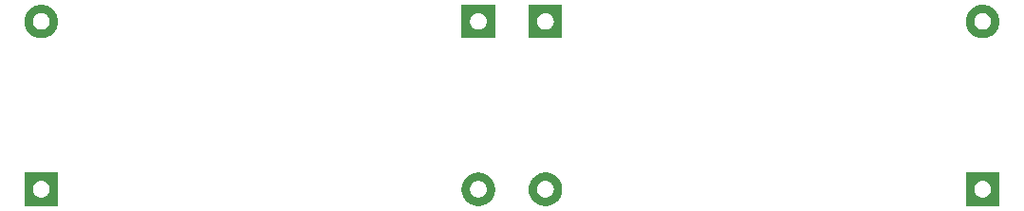
<source format=gbr>
%TF.GenerationSoftware,Flux,Pcbnew,7.0.11-7.0.11~ubuntu20.04.1*%
%TF.CreationDate,2024-08-20T15:22:07+00:00*%
%TF.ProjectId,input,696e7075-742e-46b6-9963-61645f706362,rev?*%
%TF.SameCoordinates,Original*%
%TF.FileFunction,Soldermask,Bot*%
%TF.FilePolarity,Negative*%
%FSLAX46Y46*%
G04 Gerber Fmt 4.6, Leading zero omitted, Abs format (unit mm)*
G04 Filename: known-fuchsia-translation-collar*
G04 Build it with Flux! Visit our site at: https://www.flux.ai (PCBNEW 7.0.11-7.0.11~ubuntu20.04.1) date 2024-08-20 15:22:07*
%MOMM*%
%LPD*%
G01*
G04 APERTURE LIST*
G04 APERTURE END LIST*
%TO.C,*%
G36*
X74109747Y-43883113D02*
G01*
X74183016Y-43890329D01*
X74255843Y-43901132D01*
X74328052Y-43915495D01*
X74399469Y-43933384D01*
X74469923Y-43954756D01*
X74539243Y-43979559D01*
X74607262Y-44007734D01*
X74673817Y-44039212D01*
X74738747Y-44073918D01*
X74801896Y-44111768D01*
X74863112Y-44152671D01*
X74922247Y-44196529D01*
X74979159Y-44243235D01*
X75033711Y-44292678D01*
X75085771Y-44344737D01*
X75135213Y-44399289D01*
X75181920Y-44456201D01*
X75225777Y-44515336D01*
X75266680Y-44576552D01*
X75304530Y-44639701D01*
X75339236Y-44704631D01*
X75370715Y-44771186D01*
X75398889Y-44839206D01*
X75423692Y-44908526D01*
X75445064Y-44978979D01*
X75462953Y-45050396D01*
X75477316Y-45122605D01*
X75488119Y-45195432D01*
X75495336Y-45268701D01*
X75498948Y-45342236D01*
X75498948Y-45415860D01*
X75495336Y-45489395D01*
X75488119Y-45562664D01*
X75477316Y-45635491D01*
X75462953Y-45707700D01*
X75445064Y-45779117D01*
X75423692Y-45849571D01*
X75398889Y-45918891D01*
X75370715Y-45986910D01*
X75339236Y-46053465D01*
X75304530Y-46118396D01*
X75266680Y-46181545D01*
X75225777Y-46242761D01*
X75181920Y-46301896D01*
X75135213Y-46358808D01*
X75085771Y-46413359D01*
X75033711Y-46465419D01*
X74979159Y-46514862D01*
X74922247Y-46561568D01*
X74863112Y-46605425D01*
X74801896Y-46646329D01*
X74738747Y-46684179D01*
X74673817Y-46718885D01*
X74607262Y-46750363D01*
X74539243Y-46778537D01*
X74469923Y-46803341D01*
X74399469Y-46824712D01*
X74328052Y-46842601D01*
X74255843Y-46856965D01*
X74183016Y-46867768D01*
X74109747Y-46874984D01*
X74036212Y-46878596D01*
X73962588Y-46878596D01*
X73889053Y-46874984D01*
X73815784Y-46867768D01*
X73742957Y-46856965D01*
X73670748Y-46842601D01*
X73599331Y-46824712D01*
X73528877Y-46803341D01*
X73459557Y-46778537D01*
X73391538Y-46750363D01*
X73324983Y-46718885D01*
X73260053Y-46684179D01*
X73196904Y-46646329D01*
X73135688Y-46605425D01*
X73076553Y-46561568D01*
X73019641Y-46514862D01*
X72965089Y-46465419D01*
X72913029Y-46413359D01*
X72863587Y-46358808D01*
X72816880Y-46301896D01*
X72773023Y-46242761D01*
X72732120Y-46181545D01*
X72694270Y-46118396D01*
X72659564Y-46053465D01*
X72628085Y-45986910D01*
X72599911Y-45918891D01*
X72575108Y-45849571D01*
X72553736Y-45779117D01*
X72535847Y-45707700D01*
X72521484Y-45635491D01*
X72510681Y-45562664D01*
X72503464Y-45489395D01*
X72499852Y-45415860D01*
X72499852Y-45397454D01*
X73249626Y-45397454D01*
X73251432Y-45434222D01*
X73255040Y-45470856D01*
X73260442Y-45507270D01*
X73267623Y-45543374D01*
X73276568Y-45579083D01*
X73287254Y-45614310D01*
X73299655Y-45648970D01*
X73313743Y-45682979D01*
X73329482Y-45716257D01*
X73346835Y-45748722D01*
X73365760Y-45780296D01*
X73386211Y-45810904D01*
X73408140Y-45840472D01*
X73431493Y-45868928D01*
X73456215Y-45896204D01*
X73482245Y-45922234D01*
X73509520Y-45946955D01*
X73537976Y-45970308D01*
X73567544Y-45992237D01*
X73598152Y-46012688D01*
X73629726Y-46031613D01*
X73662192Y-46048966D01*
X73695469Y-46064706D01*
X73729479Y-46078793D01*
X73764139Y-46091194D01*
X73799365Y-46101880D01*
X73835074Y-46110825D01*
X73871179Y-46118006D01*
X73907592Y-46123408D01*
X73944227Y-46127016D01*
X73980994Y-46128822D01*
X74017806Y-46128822D01*
X74054573Y-46127016D01*
X74091208Y-46123408D01*
X74127621Y-46118006D01*
X74163726Y-46110825D01*
X74199435Y-46101880D01*
X74234661Y-46091194D01*
X74269321Y-46078793D01*
X74303331Y-46064706D01*
X74336608Y-46048966D01*
X74369074Y-46031613D01*
X74400648Y-46012688D01*
X74431256Y-45992237D01*
X74460824Y-45970308D01*
X74489280Y-45946955D01*
X74516555Y-45922234D01*
X74542585Y-45896204D01*
X74567307Y-45868928D01*
X74590660Y-45840472D01*
X74612589Y-45810904D01*
X74633040Y-45780296D01*
X74651965Y-45748722D01*
X74669318Y-45716257D01*
X74685057Y-45682979D01*
X74699145Y-45648970D01*
X74711546Y-45614310D01*
X74722232Y-45579083D01*
X74731177Y-45543374D01*
X74738358Y-45507270D01*
X74743760Y-45470856D01*
X74747368Y-45434222D01*
X74749174Y-45397454D01*
X74749174Y-45360642D01*
X74747368Y-45323875D01*
X74743760Y-45287240D01*
X74738358Y-45250827D01*
X74731177Y-45214722D01*
X74722232Y-45179014D01*
X74711546Y-45143787D01*
X74699145Y-45109127D01*
X74685057Y-45075117D01*
X74669318Y-45041840D01*
X74651965Y-45009375D01*
X74633040Y-44977800D01*
X74612589Y-44947192D01*
X74590660Y-44917625D01*
X74567307Y-44889169D01*
X74542585Y-44861893D01*
X74516555Y-44835863D01*
X74489280Y-44811142D01*
X74460824Y-44787788D01*
X74431256Y-44765860D01*
X74400648Y-44745408D01*
X74369074Y-44726483D01*
X74336608Y-44709130D01*
X74303331Y-44693391D01*
X74269321Y-44679304D01*
X74234661Y-44666902D01*
X74199435Y-44656216D01*
X74163726Y-44647272D01*
X74127621Y-44640090D01*
X74091208Y-44634689D01*
X74054573Y-44631080D01*
X74017806Y-44629274D01*
X73980994Y-44629274D01*
X73944227Y-44631080D01*
X73907592Y-44634689D01*
X73871179Y-44640090D01*
X73835074Y-44647272D01*
X73799365Y-44656216D01*
X73764139Y-44666902D01*
X73729479Y-44679304D01*
X73695469Y-44693391D01*
X73662192Y-44709130D01*
X73629726Y-44726483D01*
X73598152Y-44745408D01*
X73567544Y-44765860D01*
X73537976Y-44787788D01*
X73509520Y-44811142D01*
X73482245Y-44835863D01*
X73456215Y-44861893D01*
X73431493Y-44889169D01*
X73408140Y-44917625D01*
X73386211Y-44947192D01*
X73365760Y-44977800D01*
X73346835Y-45009375D01*
X73329482Y-45041840D01*
X73313743Y-45075117D01*
X73299655Y-45109127D01*
X73287254Y-45143787D01*
X73276568Y-45179014D01*
X73267623Y-45214722D01*
X73260442Y-45250827D01*
X73255040Y-45287240D01*
X73251432Y-45323875D01*
X73249626Y-45360642D01*
X73249626Y-45397454D01*
X72499852Y-45397454D01*
X72499852Y-45342236D01*
X72503464Y-45268701D01*
X72510681Y-45195432D01*
X72521484Y-45122605D01*
X72535847Y-45050396D01*
X72553736Y-44978979D01*
X72575108Y-44908526D01*
X72599911Y-44839206D01*
X72628085Y-44771186D01*
X72659564Y-44704631D01*
X72694270Y-44639701D01*
X72732120Y-44576552D01*
X72773023Y-44515336D01*
X72816880Y-44456201D01*
X72863587Y-44399289D01*
X72913029Y-44344737D01*
X72965089Y-44292678D01*
X73019641Y-44243235D01*
X73076553Y-44196529D01*
X73135688Y-44152671D01*
X73196904Y-44111768D01*
X73260053Y-44073918D01*
X73324983Y-44039212D01*
X73391538Y-44007734D01*
X73459557Y-43979559D01*
X73528877Y-43954756D01*
X73599331Y-43933384D01*
X73670748Y-43915495D01*
X73742957Y-43901132D01*
X73815784Y-43890329D01*
X73889053Y-43883113D01*
X73962588Y-43879500D01*
X74036212Y-43879500D01*
X74109747Y-43883113D01*
G37*
G36*
X114499400Y-43879152D02*
G01*
X114499400Y-46879152D01*
X111499400Y-46879152D01*
X111499400Y-45397558D01*
X112249626Y-45397558D01*
X112251432Y-45434325D01*
X112255040Y-45470960D01*
X112260442Y-45507373D01*
X112267623Y-45543478D01*
X112276568Y-45579186D01*
X112287254Y-45614413D01*
X112299655Y-45649073D01*
X112313743Y-45683083D01*
X112329482Y-45716360D01*
X112346835Y-45748825D01*
X112365760Y-45780400D01*
X112386211Y-45811008D01*
X112408140Y-45840575D01*
X112431493Y-45869031D01*
X112456215Y-45896307D01*
X112482245Y-45922337D01*
X112509520Y-45947058D01*
X112537976Y-45970412D01*
X112567544Y-45992340D01*
X112598152Y-46012792D01*
X112629726Y-46031717D01*
X112662192Y-46049070D01*
X112695469Y-46064809D01*
X112729479Y-46078896D01*
X112764139Y-46091298D01*
X112799365Y-46101984D01*
X112835074Y-46110928D01*
X112871179Y-46118110D01*
X112907592Y-46123511D01*
X112944227Y-46127120D01*
X112980994Y-46128926D01*
X113017806Y-46128926D01*
X113054573Y-46127120D01*
X113091208Y-46123511D01*
X113127621Y-46118110D01*
X113163726Y-46110928D01*
X113199435Y-46101984D01*
X113234661Y-46091298D01*
X113269321Y-46078896D01*
X113303331Y-46064809D01*
X113336608Y-46049070D01*
X113369074Y-46031717D01*
X113400648Y-46012792D01*
X113431256Y-45992340D01*
X113460824Y-45970412D01*
X113489280Y-45947058D01*
X113516555Y-45922337D01*
X113542585Y-45896307D01*
X113567307Y-45869031D01*
X113590660Y-45840575D01*
X113612589Y-45811008D01*
X113633040Y-45780400D01*
X113651965Y-45748825D01*
X113669318Y-45716360D01*
X113685057Y-45683083D01*
X113699145Y-45649073D01*
X113711546Y-45614413D01*
X113722232Y-45579186D01*
X113731177Y-45543478D01*
X113738358Y-45507373D01*
X113743760Y-45470960D01*
X113747368Y-45434325D01*
X113749174Y-45397558D01*
X113749174Y-45360746D01*
X113747368Y-45323978D01*
X113743760Y-45287344D01*
X113738358Y-45250930D01*
X113731177Y-45214826D01*
X113722232Y-45179117D01*
X113711546Y-45143890D01*
X113699145Y-45109230D01*
X113695354Y-45100080D01*
X113685057Y-45075221D01*
X113669318Y-45041943D01*
X113651965Y-45009478D01*
X113633040Y-44977904D01*
X113612589Y-44947296D01*
X113590660Y-44917728D01*
X113567307Y-44889272D01*
X113542585Y-44861996D01*
X113516555Y-44835966D01*
X113489280Y-44811245D01*
X113460824Y-44787892D01*
X113431256Y-44765963D01*
X113400648Y-44745512D01*
X113369074Y-44726587D01*
X113336608Y-44709234D01*
X113303331Y-44693494D01*
X113269321Y-44679407D01*
X113234661Y-44667006D01*
X113199435Y-44656320D01*
X113163726Y-44647375D01*
X113127621Y-44640194D01*
X113091208Y-44634792D01*
X113054573Y-44631184D01*
X113017806Y-44629378D01*
X112980994Y-44629378D01*
X112944227Y-44631184D01*
X112907592Y-44634792D01*
X112871179Y-44640194D01*
X112835074Y-44647375D01*
X112799365Y-44656320D01*
X112764139Y-44667006D01*
X112729479Y-44679407D01*
X112695469Y-44693494D01*
X112662192Y-44709234D01*
X112629726Y-44726587D01*
X112598152Y-44745512D01*
X112567544Y-44765963D01*
X112537976Y-44787892D01*
X112509520Y-44811245D01*
X112482245Y-44835966D01*
X112456215Y-44861996D01*
X112431493Y-44889272D01*
X112408140Y-44917728D01*
X112386211Y-44947296D01*
X112365760Y-44977904D01*
X112346835Y-45009478D01*
X112329482Y-45041943D01*
X112313743Y-45075221D01*
X112299655Y-45109230D01*
X112287254Y-45143890D01*
X112276568Y-45179117D01*
X112267623Y-45214826D01*
X112260442Y-45250930D01*
X112255040Y-45287344D01*
X112251432Y-45323978D01*
X112249626Y-45360746D01*
X112249626Y-45397558D01*
X111499400Y-45397558D01*
X111499400Y-43879152D01*
X114499400Y-43879152D01*
G37*
G36*
X29123847Y-28867813D02*
G01*
X29197116Y-28875029D01*
X29269943Y-28885832D01*
X29342152Y-28900195D01*
X29413569Y-28918084D01*
X29484023Y-28939456D01*
X29553343Y-28964259D01*
X29621362Y-28992434D01*
X29687917Y-29023912D01*
X29752847Y-29058618D01*
X29815996Y-29096468D01*
X29877212Y-29137371D01*
X29936347Y-29181229D01*
X29993259Y-29227935D01*
X30047811Y-29277378D01*
X30099871Y-29329437D01*
X30149313Y-29383989D01*
X30196020Y-29440901D01*
X30239877Y-29500036D01*
X30280780Y-29561252D01*
X30318630Y-29624401D01*
X30353336Y-29689331D01*
X30384815Y-29755886D01*
X30412989Y-29823906D01*
X30437792Y-29893226D01*
X30459164Y-29963679D01*
X30477053Y-30035096D01*
X30491416Y-30107305D01*
X30502219Y-30180132D01*
X30509436Y-30253401D01*
X30513048Y-30326936D01*
X30513048Y-30400560D01*
X30509436Y-30474095D01*
X30502219Y-30547364D01*
X30491416Y-30620191D01*
X30477053Y-30692400D01*
X30459164Y-30763817D01*
X30437792Y-30834271D01*
X30412989Y-30903591D01*
X30384815Y-30971610D01*
X30353336Y-31038165D01*
X30318630Y-31103096D01*
X30280780Y-31166245D01*
X30239877Y-31227461D01*
X30196020Y-31286596D01*
X30149313Y-31343508D01*
X30099871Y-31398059D01*
X30047811Y-31450119D01*
X29993259Y-31499562D01*
X29936347Y-31546268D01*
X29877212Y-31590125D01*
X29815996Y-31631029D01*
X29752847Y-31668879D01*
X29687917Y-31703585D01*
X29621362Y-31735063D01*
X29553343Y-31763237D01*
X29484023Y-31788041D01*
X29413569Y-31809412D01*
X29342152Y-31827301D01*
X29269943Y-31841665D01*
X29197116Y-31852468D01*
X29123847Y-31859684D01*
X29050312Y-31863296D01*
X28976688Y-31863296D01*
X28903153Y-31859684D01*
X28829884Y-31852468D01*
X28757057Y-31841665D01*
X28684848Y-31827301D01*
X28613431Y-31809412D01*
X28542977Y-31788041D01*
X28473657Y-31763237D01*
X28405638Y-31735063D01*
X28339083Y-31703585D01*
X28274153Y-31668879D01*
X28211004Y-31631029D01*
X28149788Y-31590125D01*
X28090653Y-31546268D01*
X28033741Y-31499562D01*
X27979189Y-31450119D01*
X27927129Y-31398059D01*
X27877687Y-31343508D01*
X27830980Y-31286596D01*
X27787123Y-31227461D01*
X27746220Y-31166245D01*
X27708370Y-31103096D01*
X27673664Y-31038165D01*
X27642185Y-30971610D01*
X27614011Y-30903591D01*
X27589208Y-30834271D01*
X27567836Y-30763817D01*
X27549947Y-30692400D01*
X27535584Y-30620191D01*
X27524781Y-30547364D01*
X27517564Y-30474095D01*
X27513952Y-30400560D01*
X27513952Y-30382154D01*
X28263726Y-30382154D01*
X28265532Y-30418922D01*
X28269140Y-30455556D01*
X28274542Y-30491970D01*
X28281723Y-30528074D01*
X28290668Y-30563783D01*
X28301354Y-30599010D01*
X28313755Y-30633670D01*
X28327843Y-30667679D01*
X28343582Y-30700957D01*
X28360935Y-30733422D01*
X28379860Y-30764996D01*
X28400311Y-30795604D01*
X28422240Y-30825172D01*
X28445593Y-30853628D01*
X28470315Y-30880904D01*
X28496345Y-30906934D01*
X28523620Y-30931655D01*
X28552076Y-30955008D01*
X28581644Y-30976937D01*
X28612252Y-30997388D01*
X28643826Y-31016313D01*
X28676292Y-31033666D01*
X28709569Y-31049406D01*
X28743579Y-31063493D01*
X28778239Y-31075894D01*
X28813465Y-31086580D01*
X28849174Y-31095525D01*
X28885279Y-31102706D01*
X28921692Y-31108108D01*
X28958327Y-31111716D01*
X28995094Y-31113522D01*
X29031906Y-31113522D01*
X29068673Y-31111716D01*
X29105308Y-31108108D01*
X29141721Y-31102706D01*
X29177826Y-31095525D01*
X29213535Y-31086580D01*
X29248761Y-31075894D01*
X29283421Y-31063493D01*
X29317431Y-31049406D01*
X29350708Y-31033666D01*
X29383174Y-31016313D01*
X29414748Y-30997388D01*
X29445356Y-30976937D01*
X29474924Y-30955008D01*
X29503380Y-30931655D01*
X29530655Y-30906934D01*
X29556685Y-30880904D01*
X29581407Y-30853628D01*
X29604760Y-30825172D01*
X29626689Y-30795604D01*
X29647140Y-30764996D01*
X29666065Y-30733422D01*
X29683418Y-30700957D01*
X29699157Y-30667679D01*
X29713245Y-30633670D01*
X29725646Y-30599010D01*
X29736332Y-30563783D01*
X29745277Y-30528074D01*
X29752458Y-30491970D01*
X29757860Y-30455556D01*
X29761468Y-30418922D01*
X29763274Y-30382154D01*
X29763274Y-30345342D01*
X29761468Y-30308575D01*
X29757860Y-30271940D01*
X29752458Y-30235527D01*
X29745277Y-30199422D01*
X29736332Y-30163714D01*
X29725646Y-30128487D01*
X29713245Y-30093827D01*
X29699157Y-30059817D01*
X29683418Y-30026540D01*
X29666065Y-29994075D01*
X29647140Y-29962500D01*
X29626689Y-29931892D01*
X29604760Y-29902325D01*
X29581407Y-29873869D01*
X29556685Y-29846593D01*
X29530655Y-29820563D01*
X29503380Y-29795842D01*
X29474924Y-29772488D01*
X29445356Y-29750560D01*
X29414748Y-29730108D01*
X29383174Y-29711183D01*
X29350708Y-29693830D01*
X29317431Y-29678091D01*
X29283421Y-29664004D01*
X29248761Y-29651602D01*
X29213535Y-29640916D01*
X29177826Y-29631972D01*
X29141721Y-29624790D01*
X29105308Y-29619389D01*
X29068673Y-29615780D01*
X29031906Y-29613974D01*
X28995094Y-29613974D01*
X28958327Y-29615780D01*
X28921692Y-29619389D01*
X28885279Y-29624790D01*
X28849174Y-29631972D01*
X28813465Y-29640916D01*
X28778239Y-29651602D01*
X28743579Y-29664004D01*
X28709569Y-29678091D01*
X28676292Y-29693830D01*
X28643826Y-29711183D01*
X28612252Y-29730108D01*
X28581644Y-29750560D01*
X28552076Y-29772488D01*
X28523620Y-29795842D01*
X28496345Y-29820563D01*
X28470315Y-29846593D01*
X28445593Y-29873869D01*
X28422240Y-29902325D01*
X28400311Y-29931892D01*
X28379860Y-29962500D01*
X28360935Y-29994075D01*
X28343582Y-30026540D01*
X28327843Y-30059817D01*
X28313755Y-30093827D01*
X28301354Y-30128487D01*
X28290668Y-30163714D01*
X28281723Y-30199422D01*
X28274542Y-30235527D01*
X28269140Y-30271940D01*
X28265532Y-30308575D01*
X28263726Y-30345342D01*
X28263726Y-30382154D01*
X27513952Y-30382154D01*
X27513952Y-30326936D01*
X27517564Y-30253401D01*
X27524781Y-30180132D01*
X27535584Y-30107305D01*
X27549947Y-30035096D01*
X27567836Y-29963679D01*
X27589208Y-29893226D01*
X27614011Y-29823906D01*
X27642185Y-29755886D01*
X27673664Y-29689331D01*
X27708370Y-29624401D01*
X27746220Y-29561252D01*
X27787123Y-29500036D01*
X27830980Y-29440901D01*
X27877687Y-29383989D01*
X27927129Y-29329437D01*
X27979189Y-29277378D01*
X28033741Y-29227935D01*
X28090653Y-29181229D01*
X28149788Y-29137371D01*
X28211004Y-29096468D01*
X28274153Y-29058618D01*
X28339083Y-29023912D01*
X28405638Y-28992434D01*
X28473657Y-28964259D01*
X28542977Y-28939456D01*
X28613431Y-28918084D01*
X28684848Y-28900195D01*
X28757057Y-28885832D01*
X28829884Y-28875029D01*
X28903153Y-28867813D01*
X28976688Y-28864200D01*
X29050312Y-28864200D01*
X29123847Y-28867813D01*
G37*
G36*
X69513500Y-28863852D02*
G01*
X69513500Y-31863852D01*
X66513500Y-31863852D01*
X66513500Y-30382258D01*
X67263726Y-30382258D01*
X67265532Y-30419025D01*
X67269140Y-30455660D01*
X67274542Y-30492073D01*
X67281723Y-30528178D01*
X67290668Y-30563886D01*
X67301354Y-30599113D01*
X67313755Y-30633773D01*
X67327843Y-30667783D01*
X67343582Y-30701060D01*
X67360935Y-30733525D01*
X67379860Y-30765100D01*
X67400311Y-30795708D01*
X67422240Y-30825275D01*
X67445593Y-30853731D01*
X67470315Y-30881007D01*
X67496345Y-30907037D01*
X67523620Y-30931758D01*
X67552076Y-30955112D01*
X67581644Y-30977040D01*
X67612252Y-30997492D01*
X67643826Y-31016417D01*
X67676292Y-31033770D01*
X67709569Y-31049509D01*
X67743579Y-31063596D01*
X67778239Y-31075998D01*
X67813465Y-31086684D01*
X67849174Y-31095628D01*
X67885279Y-31102810D01*
X67921692Y-31108211D01*
X67958327Y-31111820D01*
X67995094Y-31113626D01*
X68031906Y-31113626D01*
X68068673Y-31111820D01*
X68105308Y-31108211D01*
X68141721Y-31102810D01*
X68177826Y-31095628D01*
X68213535Y-31086684D01*
X68248761Y-31075998D01*
X68283421Y-31063596D01*
X68317431Y-31049509D01*
X68350708Y-31033770D01*
X68383174Y-31016417D01*
X68414748Y-30997492D01*
X68445356Y-30977040D01*
X68474924Y-30955112D01*
X68503380Y-30931758D01*
X68530655Y-30907037D01*
X68556685Y-30881007D01*
X68581407Y-30853731D01*
X68604760Y-30825275D01*
X68626689Y-30795708D01*
X68647140Y-30765100D01*
X68666065Y-30733525D01*
X68683418Y-30701060D01*
X68699157Y-30667783D01*
X68713245Y-30633773D01*
X68725646Y-30599113D01*
X68736332Y-30563886D01*
X68745277Y-30528178D01*
X68752458Y-30492073D01*
X68757860Y-30455660D01*
X68761468Y-30419025D01*
X68763274Y-30382258D01*
X68763274Y-30345446D01*
X68761468Y-30308678D01*
X68757860Y-30272044D01*
X68752458Y-30235630D01*
X68745277Y-30199526D01*
X68736332Y-30163817D01*
X68725646Y-30128590D01*
X68713245Y-30093930D01*
X68709454Y-30084780D01*
X68699157Y-30059921D01*
X68683418Y-30026643D01*
X68666065Y-29994178D01*
X68647140Y-29962604D01*
X68626689Y-29931996D01*
X68604760Y-29902428D01*
X68581407Y-29873972D01*
X68556685Y-29846696D01*
X68530655Y-29820666D01*
X68503380Y-29795945D01*
X68474924Y-29772592D01*
X68445356Y-29750663D01*
X68414748Y-29730212D01*
X68383174Y-29711287D01*
X68350708Y-29693934D01*
X68317431Y-29678194D01*
X68283421Y-29664107D01*
X68248761Y-29651706D01*
X68213535Y-29641020D01*
X68177826Y-29632075D01*
X68141721Y-29624894D01*
X68105308Y-29619492D01*
X68068673Y-29615884D01*
X68031906Y-29614078D01*
X67995094Y-29614078D01*
X67958327Y-29615884D01*
X67921692Y-29619492D01*
X67885279Y-29624894D01*
X67849174Y-29632075D01*
X67813465Y-29641020D01*
X67778239Y-29651706D01*
X67743579Y-29664107D01*
X67709569Y-29678194D01*
X67676292Y-29693934D01*
X67643826Y-29711287D01*
X67612252Y-29730212D01*
X67581644Y-29750663D01*
X67552076Y-29772592D01*
X67523620Y-29795945D01*
X67496345Y-29820666D01*
X67470315Y-29846696D01*
X67445593Y-29873972D01*
X67422240Y-29902428D01*
X67400311Y-29931996D01*
X67379860Y-29962604D01*
X67360935Y-29994178D01*
X67343582Y-30026643D01*
X67327843Y-30059921D01*
X67313755Y-30093930D01*
X67301354Y-30128590D01*
X67290668Y-30163817D01*
X67281723Y-30199526D01*
X67274542Y-30235630D01*
X67269140Y-30272044D01*
X67265532Y-30308678D01*
X67263726Y-30345446D01*
X67263726Y-30382258D01*
X66513500Y-30382258D01*
X66513500Y-28863852D01*
X69513500Y-28863852D01*
G37*
G36*
X68123847Y-43883264D02*
G01*
X68197116Y-43890481D01*
X68269943Y-43901284D01*
X68342152Y-43915647D01*
X68413569Y-43933536D01*
X68484023Y-43954908D01*
X68553343Y-43979711D01*
X68621362Y-44007885D01*
X68687917Y-44039364D01*
X68752847Y-44074070D01*
X68815996Y-44111920D01*
X68877212Y-44152823D01*
X68936347Y-44196680D01*
X68993259Y-44243387D01*
X69047811Y-44292829D01*
X69099871Y-44344889D01*
X69149313Y-44399441D01*
X69196020Y-44456353D01*
X69239877Y-44515488D01*
X69280780Y-44576704D01*
X69318630Y-44639853D01*
X69353336Y-44704783D01*
X69384815Y-44771338D01*
X69412989Y-44839357D01*
X69437792Y-44908677D01*
X69459164Y-44979131D01*
X69477053Y-45050548D01*
X69491416Y-45122757D01*
X69502219Y-45195584D01*
X69509436Y-45268853D01*
X69513048Y-45342388D01*
X69513048Y-45416012D01*
X69509436Y-45489547D01*
X69502219Y-45562816D01*
X69491416Y-45635643D01*
X69477053Y-45707852D01*
X69459164Y-45779269D01*
X69437792Y-45849723D01*
X69412989Y-45919043D01*
X69384815Y-45987062D01*
X69353336Y-46053617D01*
X69318630Y-46118547D01*
X69280780Y-46181696D01*
X69239877Y-46242912D01*
X69196020Y-46302047D01*
X69149313Y-46358959D01*
X69099871Y-46413511D01*
X69047811Y-46465571D01*
X68993259Y-46515013D01*
X68936347Y-46561720D01*
X68877212Y-46605577D01*
X68815996Y-46646480D01*
X68752847Y-46684330D01*
X68687917Y-46719036D01*
X68621362Y-46750515D01*
X68553343Y-46778689D01*
X68484023Y-46803492D01*
X68413569Y-46824864D01*
X68342152Y-46842753D01*
X68269943Y-46857116D01*
X68197116Y-46867919D01*
X68123847Y-46875136D01*
X68050312Y-46878748D01*
X67976688Y-46878748D01*
X67903153Y-46875136D01*
X67829884Y-46867919D01*
X67757057Y-46857116D01*
X67684848Y-46842753D01*
X67613431Y-46824864D01*
X67542977Y-46803492D01*
X67473657Y-46778689D01*
X67405638Y-46750515D01*
X67339083Y-46719036D01*
X67274153Y-46684330D01*
X67211004Y-46646480D01*
X67149788Y-46605577D01*
X67090653Y-46561720D01*
X67033741Y-46515013D01*
X66979189Y-46465571D01*
X66927129Y-46413511D01*
X66877687Y-46358959D01*
X66830980Y-46302047D01*
X66787123Y-46242912D01*
X66746220Y-46181696D01*
X66708370Y-46118547D01*
X66673664Y-46053617D01*
X66642185Y-45987062D01*
X66614011Y-45919043D01*
X66589208Y-45849723D01*
X66567836Y-45779269D01*
X66549947Y-45707852D01*
X66535584Y-45635643D01*
X66524781Y-45562816D01*
X66517564Y-45489547D01*
X66513952Y-45416012D01*
X66513952Y-45397606D01*
X67263726Y-45397606D01*
X67265532Y-45434373D01*
X67269140Y-45471008D01*
X67274542Y-45507421D01*
X67281723Y-45543526D01*
X67290668Y-45579235D01*
X67301354Y-45614461D01*
X67313755Y-45649121D01*
X67327843Y-45683131D01*
X67343582Y-45716408D01*
X67360935Y-45748874D01*
X67379860Y-45780448D01*
X67400311Y-45811056D01*
X67422240Y-45840624D01*
X67445593Y-45869080D01*
X67470315Y-45896355D01*
X67496345Y-45922385D01*
X67523620Y-45947107D01*
X67552076Y-45970460D01*
X67581644Y-45992389D01*
X67612252Y-46012840D01*
X67643826Y-46031765D01*
X67676292Y-46049118D01*
X67709569Y-46064857D01*
X67743579Y-46078945D01*
X67778239Y-46091346D01*
X67813465Y-46102032D01*
X67849174Y-46110977D01*
X67885279Y-46118158D01*
X67921692Y-46123560D01*
X67958327Y-46127168D01*
X67995094Y-46128974D01*
X68031906Y-46128974D01*
X68068673Y-46127168D01*
X68105308Y-46123560D01*
X68141721Y-46118158D01*
X68177826Y-46110977D01*
X68213535Y-46102032D01*
X68248761Y-46091346D01*
X68283421Y-46078945D01*
X68317431Y-46064857D01*
X68350708Y-46049118D01*
X68383174Y-46031765D01*
X68414748Y-46012840D01*
X68445356Y-45992389D01*
X68474924Y-45970460D01*
X68503380Y-45947107D01*
X68530655Y-45922385D01*
X68556685Y-45896355D01*
X68581407Y-45869080D01*
X68604760Y-45840624D01*
X68626689Y-45811056D01*
X68647140Y-45780448D01*
X68666065Y-45748874D01*
X68683418Y-45716408D01*
X68699157Y-45683131D01*
X68713245Y-45649121D01*
X68725646Y-45614461D01*
X68736332Y-45579235D01*
X68745277Y-45543526D01*
X68752458Y-45507421D01*
X68757860Y-45471008D01*
X68761468Y-45434373D01*
X68763274Y-45397606D01*
X68763274Y-45360794D01*
X68761468Y-45324027D01*
X68757860Y-45287392D01*
X68752458Y-45250979D01*
X68745277Y-45214874D01*
X68736332Y-45179165D01*
X68725646Y-45143939D01*
X68713245Y-45109279D01*
X68699157Y-45075269D01*
X68683418Y-45041992D01*
X68666065Y-45009526D01*
X68647140Y-44977952D01*
X68626689Y-44947344D01*
X68604760Y-44917776D01*
X68581407Y-44889320D01*
X68556685Y-44862045D01*
X68530655Y-44836015D01*
X68503380Y-44811293D01*
X68474924Y-44787940D01*
X68445356Y-44766011D01*
X68414748Y-44745560D01*
X68383174Y-44726635D01*
X68350708Y-44709282D01*
X68317431Y-44693543D01*
X68283421Y-44679455D01*
X68248761Y-44667054D01*
X68213535Y-44656368D01*
X68177826Y-44647423D01*
X68141721Y-44640242D01*
X68105308Y-44634840D01*
X68068673Y-44631232D01*
X68031906Y-44629426D01*
X67995094Y-44629426D01*
X67958327Y-44631232D01*
X67921692Y-44634840D01*
X67885279Y-44640242D01*
X67849174Y-44647423D01*
X67813465Y-44656368D01*
X67778239Y-44667054D01*
X67743579Y-44679455D01*
X67709569Y-44693543D01*
X67676292Y-44709282D01*
X67643826Y-44726635D01*
X67612252Y-44745560D01*
X67581644Y-44766011D01*
X67552076Y-44787940D01*
X67523620Y-44811293D01*
X67496345Y-44836015D01*
X67470315Y-44862045D01*
X67445593Y-44889320D01*
X67422240Y-44917776D01*
X67400311Y-44947344D01*
X67379860Y-44977952D01*
X67360935Y-45009526D01*
X67343582Y-45041992D01*
X67327843Y-45075269D01*
X67313755Y-45109279D01*
X67301354Y-45143939D01*
X67290668Y-45179165D01*
X67281723Y-45214874D01*
X67274542Y-45250979D01*
X67269140Y-45287392D01*
X67265532Y-45324027D01*
X67263726Y-45360794D01*
X67263726Y-45397606D01*
X66513952Y-45397606D01*
X66513952Y-45342388D01*
X66517564Y-45268853D01*
X66524781Y-45195584D01*
X66535584Y-45122757D01*
X66549947Y-45050548D01*
X66567836Y-44979131D01*
X66589208Y-44908677D01*
X66614011Y-44839357D01*
X66642185Y-44771338D01*
X66673664Y-44704783D01*
X66708370Y-44639853D01*
X66746220Y-44576704D01*
X66787123Y-44515488D01*
X66830980Y-44456353D01*
X66877687Y-44399441D01*
X66927129Y-44344889D01*
X66979189Y-44292829D01*
X67033741Y-44243387D01*
X67090653Y-44196680D01*
X67149788Y-44152823D01*
X67211004Y-44111920D01*
X67274153Y-44074070D01*
X67339083Y-44039364D01*
X67405638Y-44007885D01*
X67473657Y-43979711D01*
X67542977Y-43954908D01*
X67613431Y-43933536D01*
X67684848Y-43915647D01*
X67757057Y-43901284D01*
X67829884Y-43890481D01*
X67903153Y-43883264D01*
X67976688Y-43879652D01*
X68050312Y-43879652D01*
X68123847Y-43883264D01*
G37*
G36*
X30513500Y-43879200D02*
G01*
X30513500Y-46879200D01*
X27513500Y-46879200D01*
X27513500Y-45397606D01*
X28263726Y-45397606D01*
X28265532Y-45434373D01*
X28269140Y-45471008D01*
X28274542Y-45507421D01*
X28281723Y-45543526D01*
X28290668Y-45579235D01*
X28301354Y-45614461D01*
X28313755Y-45649121D01*
X28327843Y-45683131D01*
X28343582Y-45716408D01*
X28360935Y-45748874D01*
X28379860Y-45780448D01*
X28400311Y-45811056D01*
X28422240Y-45840624D01*
X28445593Y-45869080D01*
X28470315Y-45896355D01*
X28496345Y-45922385D01*
X28523620Y-45947107D01*
X28552076Y-45970460D01*
X28581644Y-45992389D01*
X28612252Y-46012840D01*
X28643826Y-46031765D01*
X28676292Y-46049118D01*
X28709569Y-46064857D01*
X28743579Y-46078945D01*
X28778239Y-46091346D01*
X28813465Y-46102032D01*
X28849174Y-46110977D01*
X28885279Y-46118158D01*
X28921692Y-46123560D01*
X28958327Y-46127168D01*
X28995094Y-46128974D01*
X29031906Y-46128974D01*
X29068673Y-46127168D01*
X29105308Y-46123560D01*
X29141721Y-46118158D01*
X29177826Y-46110977D01*
X29213535Y-46102032D01*
X29248761Y-46091346D01*
X29283421Y-46078945D01*
X29317431Y-46064857D01*
X29350708Y-46049118D01*
X29383174Y-46031765D01*
X29414748Y-46012840D01*
X29445356Y-45992389D01*
X29474924Y-45970460D01*
X29503380Y-45947107D01*
X29530655Y-45922385D01*
X29556685Y-45896355D01*
X29581407Y-45869080D01*
X29604760Y-45840624D01*
X29626689Y-45811056D01*
X29647140Y-45780448D01*
X29666065Y-45748874D01*
X29683418Y-45716408D01*
X29699157Y-45683131D01*
X29713245Y-45649121D01*
X29725646Y-45614461D01*
X29736332Y-45579235D01*
X29745277Y-45543526D01*
X29752458Y-45507421D01*
X29757860Y-45471008D01*
X29761468Y-45434373D01*
X29763274Y-45397606D01*
X29763274Y-45360794D01*
X29761468Y-45324027D01*
X29757860Y-45287392D01*
X29752458Y-45250979D01*
X29745277Y-45214874D01*
X29736332Y-45179165D01*
X29725646Y-45143939D01*
X29713245Y-45109279D01*
X29699157Y-45075269D01*
X29683418Y-45041992D01*
X29666065Y-45009526D01*
X29647140Y-44977952D01*
X29626689Y-44947344D01*
X29604760Y-44917776D01*
X29581407Y-44889320D01*
X29556685Y-44862045D01*
X29530655Y-44836015D01*
X29503380Y-44811293D01*
X29474924Y-44787940D01*
X29445356Y-44766011D01*
X29414748Y-44745560D01*
X29383174Y-44726635D01*
X29350708Y-44709282D01*
X29317431Y-44693543D01*
X29283421Y-44679455D01*
X29248761Y-44667054D01*
X29213535Y-44656368D01*
X29177826Y-44647423D01*
X29141721Y-44640242D01*
X29105308Y-44634840D01*
X29068673Y-44631232D01*
X29031906Y-44629426D01*
X28995094Y-44629426D01*
X28958327Y-44631232D01*
X28921692Y-44634840D01*
X28885279Y-44640242D01*
X28849174Y-44647423D01*
X28813465Y-44656368D01*
X28778239Y-44667054D01*
X28743579Y-44679455D01*
X28709569Y-44693543D01*
X28676292Y-44709282D01*
X28643826Y-44726635D01*
X28612252Y-44745560D01*
X28581644Y-44766011D01*
X28552076Y-44787940D01*
X28523620Y-44811293D01*
X28496345Y-44836015D01*
X28470315Y-44862045D01*
X28445593Y-44889320D01*
X28422240Y-44917776D01*
X28400311Y-44947344D01*
X28379860Y-44977952D01*
X28360935Y-45009526D01*
X28343582Y-45041992D01*
X28327843Y-45075269D01*
X28313755Y-45109279D01*
X28301354Y-45143939D01*
X28290668Y-45179165D01*
X28281723Y-45214874D01*
X28274542Y-45250979D01*
X28269140Y-45287392D01*
X28265532Y-45324027D01*
X28263726Y-45360794D01*
X28263726Y-45397606D01*
X27513500Y-45397606D01*
X27513500Y-43879200D01*
X30513500Y-43879200D01*
G37*
G36*
X113109747Y-28867964D02*
G01*
X113183016Y-28875181D01*
X113255843Y-28885984D01*
X113328052Y-28900347D01*
X113399469Y-28918236D01*
X113469923Y-28939608D01*
X113539243Y-28964411D01*
X113607262Y-28992585D01*
X113673817Y-29024064D01*
X113738747Y-29058770D01*
X113801896Y-29096620D01*
X113863112Y-29137523D01*
X113922247Y-29181380D01*
X113979159Y-29228087D01*
X114033711Y-29277529D01*
X114085771Y-29329589D01*
X114135213Y-29384141D01*
X114181920Y-29441053D01*
X114225777Y-29500188D01*
X114266680Y-29561404D01*
X114304530Y-29624553D01*
X114339236Y-29689483D01*
X114370715Y-29756038D01*
X114398889Y-29824057D01*
X114423692Y-29893377D01*
X114445064Y-29963831D01*
X114462953Y-30035248D01*
X114477316Y-30107457D01*
X114488119Y-30180284D01*
X114495336Y-30253553D01*
X114498948Y-30327088D01*
X114498948Y-30400712D01*
X114495336Y-30474247D01*
X114488119Y-30547516D01*
X114477316Y-30620343D01*
X114462953Y-30692552D01*
X114445064Y-30763969D01*
X114423692Y-30834423D01*
X114398889Y-30903743D01*
X114370715Y-30971762D01*
X114339236Y-31038317D01*
X114304530Y-31103247D01*
X114266680Y-31166396D01*
X114225777Y-31227612D01*
X114181920Y-31286747D01*
X114135213Y-31343659D01*
X114085771Y-31398211D01*
X114033711Y-31450271D01*
X113979159Y-31499713D01*
X113922247Y-31546420D01*
X113863112Y-31590277D01*
X113801896Y-31631180D01*
X113738747Y-31669030D01*
X113673817Y-31703736D01*
X113607262Y-31735215D01*
X113539243Y-31763389D01*
X113469923Y-31788192D01*
X113399469Y-31809564D01*
X113328052Y-31827453D01*
X113255843Y-31841816D01*
X113183016Y-31852619D01*
X113109747Y-31859836D01*
X113036212Y-31863448D01*
X112962588Y-31863448D01*
X112889053Y-31859836D01*
X112815784Y-31852619D01*
X112742957Y-31841816D01*
X112670748Y-31827453D01*
X112599331Y-31809564D01*
X112528877Y-31788192D01*
X112459557Y-31763389D01*
X112391538Y-31735215D01*
X112324983Y-31703736D01*
X112260053Y-31669030D01*
X112196904Y-31631180D01*
X112135688Y-31590277D01*
X112076553Y-31546420D01*
X112019641Y-31499713D01*
X111965089Y-31450271D01*
X111913029Y-31398211D01*
X111863587Y-31343659D01*
X111816880Y-31286747D01*
X111773023Y-31227612D01*
X111732120Y-31166396D01*
X111694270Y-31103247D01*
X111659564Y-31038317D01*
X111628085Y-30971762D01*
X111599911Y-30903743D01*
X111575108Y-30834423D01*
X111553736Y-30763969D01*
X111535847Y-30692552D01*
X111521484Y-30620343D01*
X111510681Y-30547516D01*
X111503464Y-30474247D01*
X111499852Y-30400712D01*
X111499852Y-30382306D01*
X112249626Y-30382306D01*
X112251432Y-30419073D01*
X112255040Y-30455708D01*
X112260442Y-30492121D01*
X112267623Y-30528226D01*
X112276568Y-30563935D01*
X112287254Y-30599161D01*
X112299655Y-30633821D01*
X112313743Y-30667831D01*
X112329482Y-30701108D01*
X112346835Y-30733574D01*
X112365760Y-30765148D01*
X112386211Y-30795756D01*
X112408140Y-30825324D01*
X112431493Y-30853780D01*
X112456215Y-30881055D01*
X112482245Y-30907085D01*
X112509520Y-30931807D01*
X112537976Y-30955160D01*
X112567544Y-30977089D01*
X112598152Y-30997540D01*
X112629726Y-31016465D01*
X112662192Y-31033818D01*
X112695469Y-31049557D01*
X112729479Y-31063645D01*
X112764139Y-31076046D01*
X112799365Y-31086732D01*
X112835074Y-31095677D01*
X112871179Y-31102858D01*
X112907592Y-31108260D01*
X112944227Y-31111868D01*
X112980994Y-31113674D01*
X113017806Y-31113674D01*
X113054573Y-31111868D01*
X113091208Y-31108260D01*
X113127621Y-31102858D01*
X113163726Y-31095677D01*
X113199435Y-31086732D01*
X113234661Y-31076046D01*
X113269321Y-31063645D01*
X113303331Y-31049557D01*
X113336608Y-31033818D01*
X113369074Y-31016465D01*
X113400648Y-30997540D01*
X113431256Y-30977089D01*
X113460824Y-30955160D01*
X113489280Y-30931807D01*
X113516555Y-30907085D01*
X113542585Y-30881055D01*
X113567307Y-30853780D01*
X113590660Y-30825324D01*
X113612589Y-30795756D01*
X113633040Y-30765148D01*
X113651965Y-30733574D01*
X113669318Y-30701108D01*
X113685057Y-30667831D01*
X113699145Y-30633821D01*
X113711546Y-30599161D01*
X113722232Y-30563935D01*
X113731177Y-30528226D01*
X113738358Y-30492121D01*
X113743760Y-30455708D01*
X113747368Y-30419073D01*
X113749174Y-30382306D01*
X113749174Y-30345494D01*
X113747368Y-30308727D01*
X113743760Y-30272092D01*
X113738358Y-30235679D01*
X113731177Y-30199574D01*
X113722232Y-30163865D01*
X113711546Y-30128639D01*
X113699145Y-30093979D01*
X113685057Y-30059969D01*
X113669318Y-30026692D01*
X113651965Y-29994226D01*
X113633040Y-29962652D01*
X113612589Y-29932044D01*
X113590660Y-29902476D01*
X113567307Y-29874020D01*
X113542585Y-29846745D01*
X113516555Y-29820715D01*
X113489280Y-29795993D01*
X113460824Y-29772640D01*
X113431256Y-29750711D01*
X113400648Y-29730260D01*
X113369074Y-29711335D01*
X113336608Y-29693982D01*
X113303331Y-29678243D01*
X113269321Y-29664155D01*
X113234661Y-29651754D01*
X113199435Y-29641068D01*
X113163726Y-29632123D01*
X113127621Y-29624942D01*
X113091208Y-29619540D01*
X113054573Y-29615932D01*
X113017806Y-29614126D01*
X112980994Y-29614126D01*
X112944227Y-29615932D01*
X112907592Y-29619540D01*
X112871179Y-29624942D01*
X112835074Y-29632123D01*
X112799365Y-29641068D01*
X112764139Y-29651754D01*
X112729479Y-29664155D01*
X112695469Y-29678243D01*
X112662192Y-29693982D01*
X112629726Y-29711335D01*
X112598152Y-29730260D01*
X112567544Y-29750711D01*
X112537976Y-29772640D01*
X112509520Y-29795993D01*
X112482245Y-29820715D01*
X112456215Y-29846745D01*
X112431493Y-29874020D01*
X112408140Y-29902476D01*
X112386211Y-29932044D01*
X112365760Y-29962652D01*
X112346835Y-29994226D01*
X112329482Y-30026692D01*
X112313743Y-30059969D01*
X112299655Y-30093979D01*
X112287254Y-30128639D01*
X112276568Y-30163865D01*
X112267623Y-30199574D01*
X112260442Y-30235679D01*
X112255040Y-30272092D01*
X112251432Y-30308727D01*
X112249626Y-30345494D01*
X112249626Y-30382306D01*
X111499852Y-30382306D01*
X111499852Y-30327088D01*
X111503464Y-30253553D01*
X111510681Y-30180284D01*
X111521484Y-30107457D01*
X111535847Y-30035248D01*
X111553736Y-29963831D01*
X111575108Y-29893377D01*
X111599911Y-29824057D01*
X111628085Y-29756038D01*
X111659564Y-29689483D01*
X111694270Y-29624553D01*
X111732120Y-29561404D01*
X111773023Y-29500188D01*
X111816880Y-29441053D01*
X111863587Y-29384141D01*
X111913029Y-29329589D01*
X111965089Y-29277529D01*
X112019641Y-29228087D01*
X112076553Y-29181380D01*
X112135688Y-29137523D01*
X112196904Y-29096620D01*
X112260053Y-29058770D01*
X112324983Y-29024064D01*
X112391538Y-28992585D01*
X112459557Y-28964411D01*
X112528877Y-28939608D01*
X112599331Y-28918236D01*
X112670748Y-28900347D01*
X112742957Y-28885984D01*
X112815784Y-28875181D01*
X112889053Y-28867964D01*
X112962588Y-28864352D01*
X113036212Y-28864352D01*
X113109747Y-28867964D01*
G37*
G36*
X75499400Y-28863900D02*
G01*
X75499400Y-31863900D01*
X72499400Y-31863900D01*
X72499400Y-30382306D01*
X73249626Y-30382306D01*
X73251432Y-30419073D01*
X73255040Y-30455708D01*
X73260442Y-30492121D01*
X73267623Y-30528226D01*
X73276568Y-30563935D01*
X73287254Y-30599161D01*
X73299655Y-30633821D01*
X73313743Y-30667831D01*
X73329482Y-30701108D01*
X73346835Y-30733574D01*
X73365760Y-30765148D01*
X73386211Y-30795756D01*
X73408140Y-30825324D01*
X73431493Y-30853780D01*
X73456215Y-30881055D01*
X73482245Y-30907085D01*
X73509520Y-30931807D01*
X73537976Y-30955160D01*
X73567544Y-30977089D01*
X73598152Y-30997540D01*
X73629726Y-31016465D01*
X73662192Y-31033818D01*
X73695469Y-31049557D01*
X73729479Y-31063645D01*
X73764139Y-31076046D01*
X73799365Y-31086732D01*
X73835074Y-31095677D01*
X73871179Y-31102858D01*
X73907592Y-31108260D01*
X73944227Y-31111868D01*
X73980994Y-31113674D01*
X74017806Y-31113674D01*
X74054573Y-31111868D01*
X74091208Y-31108260D01*
X74127621Y-31102858D01*
X74163726Y-31095677D01*
X74199435Y-31086732D01*
X74234661Y-31076046D01*
X74269321Y-31063645D01*
X74303331Y-31049557D01*
X74336608Y-31033818D01*
X74369074Y-31016465D01*
X74400648Y-30997540D01*
X74431256Y-30977089D01*
X74460824Y-30955160D01*
X74489280Y-30931807D01*
X74516555Y-30907085D01*
X74542585Y-30881055D01*
X74567307Y-30853780D01*
X74590660Y-30825324D01*
X74612589Y-30795756D01*
X74633040Y-30765148D01*
X74651965Y-30733574D01*
X74669318Y-30701108D01*
X74685057Y-30667831D01*
X74699145Y-30633821D01*
X74711546Y-30599161D01*
X74722232Y-30563935D01*
X74731177Y-30528226D01*
X74738358Y-30492121D01*
X74743760Y-30455708D01*
X74747368Y-30419073D01*
X74749174Y-30382306D01*
X74749174Y-30345494D01*
X74747368Y-30308727D01*
X74743760Y-30272092D01*
X74738358Y-30235679D01*
X74731177Y-30199574D01*
X74722232Y-30163865D01*
X74711546Y-30128639D01*
X74699145Y-30093979D01*
X74685057Y-30059969D01*
X74669318Y-30026692D01*
X74651965Y-29994226D01*
X74633040Y-29962652D01*
X74612589Y-29932044D01*
X74590660Y-29902476D01*
X74567307Y-29874020D01*
X74542585Y-29846745D01*
X74516555Y-29820715D01*
X74489280Y-29795993D01*
X74460824Y-29772640D01*
X74431256Y-29750711D01*
X74400648Y-29730260D01*
X74369074Y-29711335D01*
X74336608Y-29693982D01*
X74303331Y-29678243D01*
X74269321Y-29664155D01*
X74234661Y-29651754D01*
X74199435Y-29641068D01*
X74163726Y-29632123D01*
X74127621Y-29624942D01*
X74091208Y-29619540D01*
X74054573Y-29615932D01*
X74017806Y-29614126D01*
X73980994Y-29614126D01*
X73944227Y-29615932D01*
X73907592Y-29619540D01*
X73871179Y-29624942D01*
X73835074Y-29632123D01*
X73799365Y-29641068D01*
X73764139Y-29651754D01*
X73729479Y-29664155D01*
X73695469Y-29678243D01*
X73662192Y-29693982D01*
X73629726Y-29711335D01*
X73598152Y-29730260D01*
X73567544Y-29750711D01*
X73537976Y-29772640D01*
X73509520Y-29795993D01*
X73482245Y-29820715D01*
X73456215Y-29846745D01*
X73431493Y-29874020D01*
X73408140Y-29902476D01*
X73386211Y-29932044D01*
X73365760Y-29962652D01*
X73346835Y-29994226D01*
X73329482Y-30026692D01*
X73313743Y-30059969D01*
X73299655Y-30093979D01*
X73287254Y-30128639D01*
X73276568Y-30163865D01*
X73267623Y-30199574D01*
X73260442Y-30235679D01*
X73255040Y-30272092D01*
X73251432Y-30308727D01*
X73249626Y-30345494D01*
X73249626Y-30382306D01*
X72499400Y-30382306D01*
X72499400Y-28863900D01*
X75499400Y-28863900D01*
G37*
%TD*%
M02*

</source>
